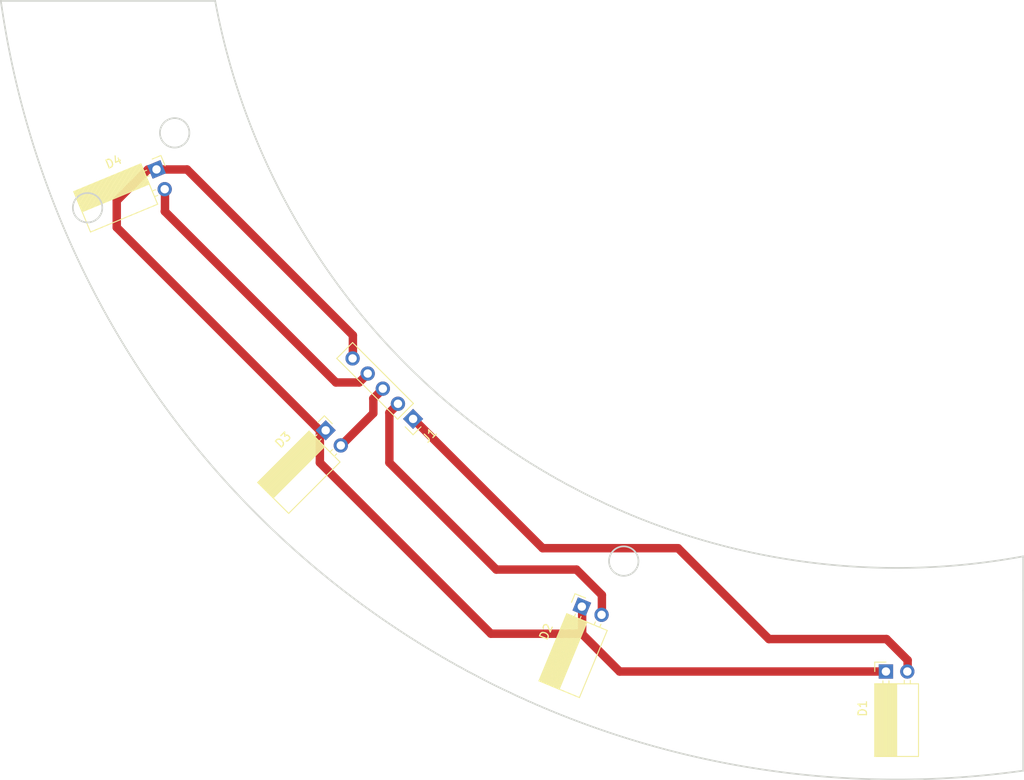
<source format=kicad_pcb>
(kicad_pcb (version 20211014) (generator pcbnew)
  (layers (0 "F.Cu" signal) (31 "B.Cu" signal) (34 "B.Paste" user) (35 "F.Paste" user) (36 "B.SilkS" user "B.Silkscreen") (37 "F.SilkS" user "F.Silkscreen") (38 "B.Mask" user) (39 "F.Mask" user) (44 "Edge.Cuts" user))
  (net 0 "")
  (net 1 "GND")
  (net 2 "Net-(D1-Pad2)")
  (net 3 "Net-(D2-Pad2)")
  (net 4 "Net-(D3-Pad2)")
  (net 5 "Net-(D4-Pad2)")
  (footprint "Connector_PinSocket_2.54mm:PinSocket_1x02_P2.54mm_Horizontal" (layer "F.Cu") (at -37.433553 86.95376 67.5)
    (fp_text reference "D2" (at -4.38 -2.77 67.5) (layer "F.SilkS"))
    (fp_text value "LED")
    (fp_line (start -10.09 0.67952) (end -1.46 0.67952) (layer "F.SilkS") (width 0.12))
    (fp_line (start -10.09 -1.21) (end -1.46 -1.21) (layer "F.SilkS") (width 0.12))
    (fp_line (start -10.09 -0.147145) (end -1.46 -0.147145) (layer "F.SilkS") (width 0.12))
    (fp_line (start 0 -1.33) (end 1.11 -1.33) (layer "F.SilkS") (width 0.12))
    (fp_line (start -10.09 -0.02905) (end -1.46 -0.02905) (layer "F.SilkS") (width 0.12))
    (fp_line (start -10.09 -0.619525) (end -1.46 -0.619525) (layer "F.SilkS") (width 0.12))
    (fp_line (start -10.09 -0.73762) (end -1.46 -0.73762) (layer "F.SilkS") (width 0.12))
    (fp_line (start -10.09 0.20714) (end -1.46 0.20714) (layer "F.SilkS") (width 0.12))
    (fp_line (start -10.09 3.87) (end -1.46 3.87) (layer "F.SilkS") (width 0.12))
    (fp_line (start -10.09 -1.091905) (end -1.46 -1.091905) (layer "F.SilkS") (width 0.12))
    (fp_line (start -10.09 -1.33) (end -1.46 -1.33) (layer "F.SilkS") (width 0.12))
    (fp_line (start -10.09 0.797615) (end -1.46 0.797615) (layer "F.SilkS") (width 0.12))
    (fp_line (start 1.11 -1.33) (end 1.11 0) (layer "F.SilkS") (width 0.12))
    (fp_line (start -1.46 2.18) (end -1.05 2.18) (layer "F.SilkS") (width 0.12))
    (fp_line (start -10.09 0.325235) (end -1.46 0.325235) (layer "F.SilkS") (width 0.12))
    (fp_line (start -10.09 -0.50143) (end -1.46 -0.50143) (layer "F.SilkS") (width 0.12))
    (fp_line (start -1.46 2.9) (end -1.05 2.9) (layer "F.SilkS") (width 0.12))
    (fp_line (start -1.46 -0.36) (end -1.11 -0.36) (layer "F.SilkS") (width 0.12))
    (fp_line (start -10.09 1.033805) (end -1.46 1.033805) (layer "F.SilkS") (width 0.12))
    (fp_line (start -10.09 1.27) (end -1.46 1.27) (layer "F.SilkS") (width 0.12))
    (fp_line (start -10.09 0.44333) (end -1.46 0.44333) (layer "F.SilkS") (width 0.12))
    (fp_line (start -10.09 -1.33) (end -10.09 3.87) (layer "F.SilkS") (width 0.12))
    (fp_line (start -10.09 -0.855715) (end -1.46 -0.855715) (layer "F.SilkS") (width 0.12))
    (fp_line (start -1.46 0.36) (end -1.11 0.36) (layer "F.SilkS") (width 0.12))
    (fp_line (start -1.46 -1.33) (end -1.46 3.87) (layer "F.SilkS") (width 0.12))
    (fp_line (start -10.09 -0.26524) (end -1.46 -0.26524) (layer "F.SilkS") (width 0.12))
    (fp_line (start -10.09 0.089045) (end -1.46 0.089045) (layer "F.SilkS") (width 0.12))
    (fp_line (start -10.09 -0.383335) (end -1.46 -0.383335) (layer "F.SilkS") (width 0.12))
    (fp_line (start -10.09 -0.97381) (end -1.46 -0.97381) (layer "F.SilkS") (width 0.12))
    (fp_line (start -10.09 0.91571) (end -1.46 0.91571) (layer "F.SilkS") (width 0.12))
    (fp_line (start -10.09 1.1519) (end -1.46 1.1519) (layer "F.SilkS") (width 0.12))
    (fp_line (start -10.09 0.561425) (end -1.46 0.561425) (layer "F.SilkS") (width 0.12))
    (pad "1" thru_hole rect (at 0 0 67.5) (size 1.7 1.7) (drill 1) (layers *.Cu *.Mask) (net 1 "GND"))
    (pad "2" thru_hole oval (at 0 2.54 67.5) (size 1.7 1.7) (drill 1) (layers *.Cu *.Mask) (net 3 "Net-(D2-Pad2)"))
  )
  (footprint "Connector_PinSocket_2.54mm:PinSocket_1x02_P2.54mm_Horizontal" (layer "F.Cu") (at -87.955113 35.016074 22.5)
    (fp_text reference "D4" (at -4.38 -2.77 22.5) (layer "F.SilkS"))
    (fp_text value "LED")
    (fp_line (start -10.09 0.561425) (end -1.46 0.561425) (layer "F.SilkS") (width 0.12))
    (fp_line (start -10.09 -0.619525) (end -1.46 -0.619525) (layer "F.SilkS") (width 0.12))
    (fp_line (start -10.09 -1.33) (end -10.09 3.87) (layer "F.SilkS") (width 0.12))
    (fp_line (start -10.09 -0.26524) (end -1.46 -0.26524) (layer "F.SilkS") (width 0.12))
    (fp_line (start -1.46 0.36) (end -1.11 0.36) (layer "F.SilkS") (width 0.12))
    (fp_line (start -10.09 0.797615) (end -1.46 0.797615) (layer "F.SilkS") (width 0.12))
    (fp_line (start -1.46 2.9) (end -1.05 2.9) (layer "F.SilkS") (width 0.12))
    (fp_line (start -10.09 0.089045) (end -1.46 0.089045) (layer "F.SilkS") (width 0.12))
    (fp_line (start -1.46 -1.33) (end -1.46 3.87) (layer "F.SilkS") (width 0.12))
    (fp_line (start -10.09 0.20714) (end -1.46 0.20714) (layer "F.SilkS") (width 0.12))
    (fp_line (start -10.09 0.325235) (end -1.46 0.325235) (layer "F.SilkS") (width 0.12))
    (fp_line (start 0 -1.33) (end 1.11 -1.33) (layer "F.SilkS") (width 0.12))
    (fp_line (start -1.46 -0.36) (end -1.11 -0.36) (layer "F.SilkS") (width 0.12))
    (fp_line (start -10.09 -0.50143) (end -1.46 -0.50143) (layer "F.SilkS") (width 0.12))
    (fp_line (start -10.09 3.87) (end -1.46 3.87) (layer "F.SilkS") (width 0.12))
    (fp_line (start -10.09 -0.855715) (end -1.46 -0.855715) (layer "F.SilkS") (width 0.12))
    (fp_line (start -10.09 0.44333) (end -1.46 0.44333) (layer "F.SilkS") (width 0.12))
    (fp_line (start -10.09 1.1519) (end -1.46 1.1519) (layer "F.SilkS") (width 0.12))
    (fp_line (start -10.09 -1.33) (end -1.46 -1.33) (layer "F.SilkS") (width 0.12))
    (fp_line (start -10.09 -0.02905) (end -1.46 -0.02905) (layer "F.SilkS") (width 0.12))
    (fp_line (start -10.09 -0.383335) (end -1.46 -0.383335) (layer "F.SilkS") (width 0.12))
    (fp_line (start -10.09 0.91571) (end -1.46 0.91571) (layer "F.SilkS") (width 0.12))
    (fp_line (start -10.09 0.67952) (end -1.46 0.67952) (layer "F.SilkS") (width 0.12))
    (fp_line (start -10.09 -1.21) (end -1.46 -1.21) (layer "F.SilkS") (width 0.12))
    (fp_line (start -10.09 1.033805) (end -1.46 1.033805) (layer "F.SilkS") (width 0.12))
    (fp_line (start -10.09 1.27) (end -1.46 1.27) (layer "F.SilkS") (width 0.12))
    (fp_line (start -10.09 -1.091905) (end -1.46 -1.091905) (layer "F.SilkS") (width 0.12))
    (fp_line (start -1.46 2.18) (end -1.05 2.18) (layer "F.SilkS") (width 0.12))
    (fp_line (start 1.11 -1.33) (end 1.11 0) (layer "F.SilkS") (width 0.12))
    (fp_line (start -10.09 -0.147145) (end -1.46 -0.147145) (layer "F.SilkS") (width 0.12))
    (fp_line (start -10.09 -0.97381) (end -1.46 -0.97381) (layer "F.SilkS") (width 0.12))
    (fp_line (start -10.09 -0.73762) (end -1.46 -0.73762) (layer "F.SilkS") (width 0.12))
    (pad "1" thru_hole rect (at 0 0 22.5) (size 1.7 1.7) (drill 1) (layers *.Cu *.Mask) (net 1 "GND"))
    (pad "2" thru_hole oval (at 0 2.54 22.5) (size 1.7 1.7) (drill 1) (layers *.Cu *.Mask) (net 5 "Net-(D4-Pad2)"))
  )
  (footprint "Connector_PinSocket_2.54mm:PinSocket_1x05_P2.54mm_Vertical" (layer "F.Cu") (at -57.479529 64.651954 -135)
    (fp_text reference "J1" (at 0 -2.77 45) (layer "F.SilkS"))
    (fp_text value "Back_LED")
    (fp_line (start 0 -1.33) (end 1.33 -1.33) (layer "F.SilkS") (width 0.12))
    (fp_line (start 1.33 1.27) (end 1.33 11.49) (layer "F.SilkS") (width 0.12))
    (fp_line (start 1.33 -1.33) (end 1.33 0) (layer "F.SilkS") (width 0.12))
    (fp_line (start -1.33 1.27) (end -1.33 11.49) (layer "F.SilkS") (width 0.12))
    (fp_line (start -1.33 11.49) (end 1.33 11.49) (layer "F.SilkS") (width 0.12))
    (fp_line (start -1.33 1.27) (end 1.33 1.27) (layer "F.SilkS") (width 0.12))
    (pad "1" thru_hole rect (at 0 0 225) (size 1.7 1.7) (drill 1) (layers *.Cu *.Mask) (net 2 "Net-(D1-Pad2)"))
    (pad "2" thru_hole oval (at 0 2.54 225) (size 1.7 1.7) (drill 1) (layers *.Cu *.Mask) (net 3 "Net-(D2-Pad2)"))
    (pad "3" thru_hole oval (at 0 5.08 225) (size 1.7 1.7) (drill 1) (layers *.Cu *.Mask) (net 4 "Net-(D3-Pad2)"))
    (pad "4" thru_hole oval (at 0 7.62 225) (size 1.7 1.7) (drill 1) (layers *.Cu *.Mask) (net 5 "Net-(D4-Pad2)"))
    (pad "5" thru_hole oval (at 0 10.16 225) (size 1.7 1.7) (drill 1) (layers *.Cu *.Mask) (net 1 "GND"))
  )
  (footprint "Connector_PinSocket_2.54mm:PinSocket_1x02_P2.54mm_Horizontal" (layer "F.Cu") (at -1.30833 94.66 90)
    (fp_text reference "D1" (at -4.38 -2.77 90) (layer "F.SilkS"))
    (fp_text value "LED")
    (fp_line (start -1.46 2.9) (end -1.05 2.9) (layer "F.SilkS") (width 0.12))
    (fp_line (start -10.09 -0.50143) (end -1.46 -0.50143) (layer "F.SilkS") (width 0.12))
    (fp_line (start -1.46 0.36) (end -1.11 0.36) (layer "F.SilkS") (width 0.12))
    (fp_line (start -10.09 0.44333) (end -1.46 0.44333) (layer "F.SilkS") (width 0.12))
    (fp_line (start 0 -1.33) (end 1.11 -1.33) (layer "F.SilkS") (width 0.12))
    (fp_line (start -10.09 3.87) (end -1.46 3.87) (layer "F.SilkS") (width 0.12))
    (fp_line (start -10.09 1.033805) (end -1.46 1.033805) (layer "F.SilkS") (width 0.12))
    (fp_line (start -10.09 -1.091905) (end -1.46 -1.091905) (layer "F.SilkS") (width 0.12))
    (fp_line (start -10.09 0.20714) (end -1.46 0.20714) (layer "F.SilkS") (width 0.12))
    (fp_line (start -1.46 -1.33) (end -1.46 3.87) (layer "F.SilkS") (width 0.12))
    (fp_line (start -10.09 1.1519) (end -1.46 1.1519) (layer "F.SilkS") (width 0.12))
    (fp_line (start -10.09 1.27) (end -1.46 1.27) (layer "F.SilkS") (width 0.12))
    (fp_line (start -10.09 -0.147145) (end -1.46 -0.147145) (layer "F.SilkS") (width 0.12))
    (fp_line (start -10.09 0.91571) (end -1.46 0.91571) (layer "F.SilkS") (width 0.12))
    (fp_line (start -10.09 -1.33) (end -10.09 3.87) (layer "F.SilkS") (width 0.12))
    (fp_line (start -10.09 0.67952) (end -1.46 0.67952) (layer "F.SilkS") (width 0.12))
    (fp_line (start -1.46 2.18) (end -1.05 2.18) (layer "F.SilkS") (width 0.12))
    (fp_line (start -10.09 -0.26524) (end -1.46 -0.26524) (layer "F.SilkS") (width 0.12))
    (fp_line (start -10.09 0.797615) (end -1.46 0.797615) (layer "F.SilkS") (width 0.12))
    (fp_line (start -1.46 -0.36) (end -1.11 -0.36) (layer "F.SilkS") (width 0.12))
    (fp_line (start -10.09 -0.97381) (end -1.46 -0.97381) (layer "F.SilkS") (width 0.12))
    (fp_line (start -10.09 -0.383335) (end -1.46 -0.383335) (layer "F.SilkS") (width 0.12))
    (fp_line (start -10.09 -0.619525) (end -1.46 -0.619525) (layer "F.SilkS") (width 0.12))
    (fp_line (start -10.09 0.325235) (end -1.46 0.325235) (layer "F.SilkS") (width 0.12))
    (fp_line (start -10.09 -0.02905) (end -1.46 -0.02905) (layer "F.SilkS") (width 0.12))
    (fp_line (start 1.11 -1.33) (end 1.11 0) (layer "F.SilkS") (width 0.12))
    (fp_line (start -10.09 -1.21) (end -1.46 -1.21) (layer "F.SilkS") (width 0.12))
    (fp_line (start -10.09 0.561425) (end -1.46 0.561425) (layer "F.SilkS") (width 0.12))
    (fp_line (start -10.09 -0.855715) (end -1.46 -0.855715) (layer "F.SilkS") (width 0.12))
    (fp_line (start -10.09 -0.73762) (end -1.46 -0.73762) (layer "F.SilkS") (width 0.12))
    (fp_line (start -10.09 -1.33) (end -1.46 -1.33) (layer "F.SilkS") (width 0.12))
    (fp_line (start -10.09 0.089045) (end -1.46 0.089045) (layer "F.SilkS") (width 0.12))
    (pad "1" thru_hole rect (at 0 0 90) (size 1.7 1.7) (drill 1) (layers *.Cu *.Mask) (net 1 "GND"))
    (pad "2" thru_hole oval (at 0 2.54 90) (size 1.7 1.7) (drill 1) (layers *.Cu *.Mask) (net 2 "Net-(D1-Pad2)"))
  )
  (footprint "Connector_PinSocket_2.54mm:PinSocket_1x02_P2.54mm_Horizontal" (layer "F.Cu") (at -67.859857 66.009599 45)
    (fp_text reference "D3" (at -4.38 -2.77 45) (layer "F.SilkS"))
    (fp_text value "LED")
    (fp_line (start -10.09 -0.26524) (end -1.46 -0.26524) (layer "F.SilkS") (width 0.12))
    (fp_line (start -10.09 -0.97381) (end -1.46 -0.97381) (layer "F.SilkS") (width 0.12))
    (fp_line (start -10.09 0.44333) (end -1.46 0.44333) (layer "F.SilkS") (width 0.12))
    (fp_line (start -10.09 -1.091905) (end -1.46 -1.091905) (layer "F.SilkS") (width 0.12))
    (fp_line (start -10.09 0.797615) (end -1.46 0.797615) (layer "F.SilkS") (width 0.12))
    (fp_line (start -1.46 2.18) (end -1.05 2.18) (layer "F.SilkS") (width 0.12))
    (fp_line (start -10.09 -0.02905) (end -1.46 -0.02905) (layer "F.SilkS") (width 0.12))
    (fp_line (start -1.46 -1.33) (end -1.46 3.87) (layer "F.SilkS") (width 0.12))
    (fp_line (start 1.11 -1.33) (end 1.11 0) (layer "F.SilkS") (width 0.12))
    (fp_line (start -1.46 0.36) (end -1.11 0.36) (layer "F.SilkS") (width 0.12))
    (fp_line (start -10.09 0.089045) (end -1.46 0.089045) (layer "F.SilkS") (width 0.12))
    (fp_line (start -10.09 -1.33) (end -1.46 -1.33) (layer "F.SilkS") (width 0.12))
    (fp_line (start -10.09 -1.33) (end -10.09 3.87) (layer "F.SilkS") (width 0.12))
    (fp_line (start -10.09 0.20714) (end -1.46 0.20714) (layer "F.SilkS") (width 0.12))
    (fp_line (start -1.46 2.9) (end -1.05 2.9) (layer "F.SilkS") (width 0.12))
    (fp_line (start -10.09 1.27) (end -1.46 1.27) (layer "F.SilkS") (width 0.12))
    (fp_line (start -1.46 -0.36) (end -1.11 -0.36) (layer "F.SilkS") (width 0.12))
    (fp_line (start -10.09 3.87) (end -1.46 3.87) (layer "F.SilkS") (width 0.12))
    (fp_line (start -10.09 -0.73762) (end -1.46 -0.73762) (layer "F.SilkS") (width 0.12))
    (fp_line (start -10.09 0.325235) (end -1.46 0.325235) (layer "F.SilkS") (width 0.12))
    (fp_line (start -10.09 -0.383335) (end -1.46 -0.383335) (layer "F.SilkS") (width 0.12))
    (fp_line (start -10.09 -0.147145) (end -1.46 -0.147145) (layer "F.SilkS") (width 0.12))
    (fp_line (start -10.09 -0.619525) (end -1.46 -0.619525) (layer "F.SilkS") (width 0.12))
    (fp_line (start -10.09 1.033805) (end -1.46 1.033805) (layer "F.SilkS") (width 0.12))
    (fp_line (start -10.09 0.67952) (end -1.46 0.67952) (layer "F.SilkS") (width 0.12))
    (fp_line (start -10.09 0.561425) (end -1.46 0.561425) (layer "F.SilkS") (width 0.12))
    (fp_line (start -10.09 -0.855715) (end -1.46 -0.855715) (layer "F.SilkS") (width 0.12))
    (fp_line (start 0 -1.33) (end 1.11 -1.33) (layer "F.SilkS") (width 0.12))
    (fp_line (start -10.09 0.91571) (end -1.46 0.91571) (layer "F.SilkS") (width 0.12))
    (fp_line (start -10.09 1.1519) (end -1.46 1.1519) (layer "F.SilkS") (width 0.12))
    (fp_line (start -10.09 -0.50143) (end -1.46 -0.50143) (layer "F.SilkS") (width 0.12))
    (fp_line (start -10.09 -1.21) (end -1.46 -1.21) (layer "F.SilkS") (width 0.12))
    (pad "1" thru_hole rect (at 0 0 45) (size 1.7 1.7) (drill 1) (layers *.Cu *.Mask) (net 1 "GND"))
    (pad "2" thru_hole oval (at 0 2.54 45) (size 1.7 1.7) (drill 1) (layers *.Cu *.Mask) (net 4 "Net-(D3-Pad2)"))
  )
  (gr_line (start -80.987713 14.991589) (end -106.448504 14.991589) (layer "Edge.Cuts") (width 0.2))
  (gr_arc (start 15 80.979206) (mid -46.660349 67.865118) (end -80.987713 14.991589) (layer "Edge.Cuts") (width 0.2))
  (gr_circle (center -32.454341 81.543185) (end -30.704341 81.543185) (layer "Edge.Cuts") (width 0.2) (fill none))
  (gr_line (start 15 84.991589) (end 15 80.979206) (layer "Edge.Cuts") (width 0.2))
  (gr_line (start 15 106.44) (end 15 84.991589) (layer "Edge.Cuts") (width 0.2))
  (gr_circle (center -85.800164 30.672039) (end -84.050164 30.672039) (layer "Edge.Cuts") (width 0.2) (fill none))
  (gr_circle (center -96.144018 39.567065) (end -94.394018 39.567065) (layer "Edge.Cuts") (width 0.2) (fill none))
  (gr_arc (start 15 106.44) (mid -64.663848 85.868617) (end -106.448504 14.991589) (layer "Edge.Cuts") (width 0.2))
  (segment (start -48.230081 90.17) (end -68.550081 69.85) (width 1) (layer "F.Cu") (net 1))
  (segment (start -64.627868 54.722213) (end -84.326236 35.023845) (width 1) (layer "F.Cu") (net 1))
  (segment (start -32.945081 94.66) (end -37.435081 90.17) (width 1) (layer "F.Cu") (net 1))
  (segment (start -92.680081 38.735) (end -88.968926 35.023845) (width 1) (layer "F.Cu") (net 1))
  (segment (start -92.680081 41.91) (end -92.680081 38.735) (width 1) (layer "F.Cu") (net 1))
  (segment (start -68.550081 66.04) (end -92.680081 41.91) (width 1) (layer "F.Cu") (net 1))
  (segment (start -68.550081 66.741637) (end -68.550081 66.04) (width 1) (layer "F.Cu") (net 1))
  (segment (start -37.435081 90.17) (end -37.395863 90.130782) (width 1) (layer "F.Cu") (net 1))
  (segment (start -88.968926 35.023845) (end -87.921975 35.023845) (width 1) (layer "F.Cu") (net 1))
  (segment (start -64.627868 57.473696) (end -64.627868 54.722213) (width 1) (layer "F.Cu") (net 1))
  (segment (start -84.326236 35.023845) (end -87.921975 35.023845) (width 1) (layer "F.Cu") (net 1))
  (segment (start -37.435081 90.17) (end -48.230081 90.17) (width 1) (layer "F.Cu") (net 1))
  (segment (start -68.550081 69.85) (end -68.550081 66.741637) (width 1) (layer "F.Cu") (net 1))
  (segment (start -37.395863 90.130782) (end -37.395863 86.956979) (width 1) (layer "F.Cu") (net 1))
  (segment (start -1.27 94.66) (end -32.945081 94.66) (width 1) (layer "F.Cu") (net 1))
  (segment (start -68.550081 66.741637) (end -67.82399 66.015546) (width 1) (layer "F.Cu") (net 1))
  (segment (start -26.005081 80.01) (end -15.210081 90.805) (width 1) (layer "F.Cu") (net 2))
  (segment (start -15.210081 90.805) (end -1.240081 90.805) (width 1) (layer "F.Cu") (net 2))
  (segment (start -57.443663 64.657901) (end -42.091564 80.01) (width 1) (layer "F.Cu") (net 2))
  (segment (start -1.240081 90.805) (end 1.27 93.315081) (width 1) (layer "F.Cu") (net 2))
  (segment (start 1.27 93.315081) (end 1.27 94.66) (width 1) (layer "F.Cu") (net 2))
  (segment (start -42.091564 80.01) (end -26.005081 80.01) (width 1) (layer "F.Cu") (net 2))
  (segment (start -38.070081 82.55) (end -35.049209 85.570872) (width 1) (layer "F.Cu") (net 3))
  (segment (start -60.295081 69.85) (end -47.595081 82.55) (width 1) (layer "F.Cu") (net 3))
  (segment (start -60.295081 63.917217) (end -60.295081 69.85) (width 1) (layer "F.Cu") (net 3))
  (segment (start -35.049209 85.570872) (end -35.049209 87.928995) (width 1) (layer "F.Cu") (net 3))
  (segment (start -47.595081 82.55) (end -38.070081 82.55) (width 1) (layer "F.Cu") (net 3))
  (segment (start -59.239714 62.86185) (end -60.295081 63.917217) (width 1) (layer "F.Cu") (net 3))
  (segment (start -66.027939 67.811597) (end -62.200081 63.983739) (width 1) (layer "F.Cu") (net 4))
  (segment (start -62.199966 62.23) (end -61.035765 61.065799) (width 1) (layer "F.Cu") (net 4))
  (segment (start -62.200081 62.23) (end -62.199966 62.23) (width 1) (layer "F.Cu") (net 4))
  (segment (start -62.200081 63.983739) (end -62.200081 62.23) (width 1) (layer "F.Cu") (net 4))
  (segment (start -86.949959 39.989878) (end -86.949959 37.370499) (width 1) (layer "F.Cu") (net 5))
  (segment (start -62.831817 59.269747) (end -63.88707 60.325) (width 1) (layer "F.Cu") (net 5))
  (segment (start -66.645081 60.325) (end -86.965081 40.005) (width 1) (layer "F.Cu") (net 5))
  (segment (start -86.965081 40.005) (end -86.949959 39.989878) (width 1) (layer "F.Cu") (net 5))
  (segment (start -63.88707 60.325) (end -66.645081 60.325) (width 1) (layer "F.Cu") (net 5))
)
</source>
